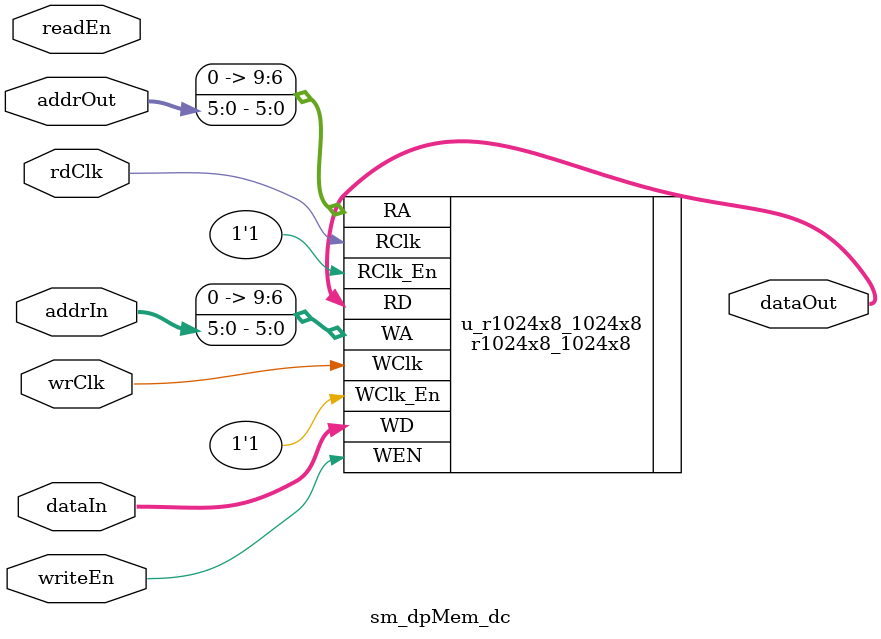
<source format=v>
`include "timescale.v"

module sm_dpMem_dc(  addrIn, addrOut, wrClk, rdClk, dataIn, writeEn, readEn, dataOut);
  //FIFO_DEPTH = ADDR_WIDTH^2
  parameter FIFO_WIDTH = 8;
  parameter FIFO_DEPTH = 64; 
  parameter ADDR_WIDTH = 6;   
  
input wrClk;
input rdClk;
input [FIFO_WIDTH-1:0] dataIn;
output [FIFO_WIDTH-1:0] dataOut;
input writeEn;
input readEn;
input [ADDR_WIDTH-1:0] addrIn;
input [ADDR_WIDTH-1:0] addrOut;

wire wrClk;
wire rdClk;
wire [FIFO_WIDTH-1:0] dataIn;

wire writeEn;
wire readEn;
wire [ADDR_WIDTH-1:0] addrIn;
wire [ADDR_WIDTH-1:0] addrOut;

reg [FIFO_WIDTH-1:0] buffer [0:FIFO_DEPTH-1];

// Original
/*
reg [FIFO_WIDTH-1:0] dataOut;
// synchronous read. Introduces one clock cycle delay
always @(posedge rdClk) begin
  dataOut <= buffer[addrOut];
end

// synchronous write
always @(posedge wrClk) begin
  if (writeEn == 1'b1)
    buffer[addrIn] <= dataIn;
end   
*/

// RAM Block Usage
//
//Insert RAM BLK here
wire [FIFO_WIDTH-1:0] dataOut;
r1024x8_1024x8 u_r1024x8_1024x8 (
.WA ({4'b0, addrIn}),
.RA ({4'b0, addrOut}),
.WD (dataIn),
.WClk (wrClk),
.RClk (rdClk),
.WClk_En (1'b1),
.RClk_En (1'b1),
.WEN (writeEn),
.RD (dataOut));
//


endmodule

</source>
